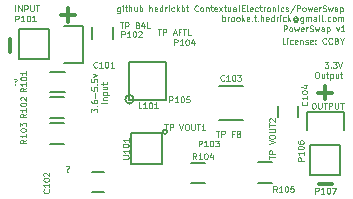
<source format=gto>
G04 #@! TF.FileFunction,Legend,Top*
%FSLAX46Y46*%
G04 Gerber Fmt 4.6, Leading zero omitted, Abs format (unit mm)*
G04 Created by KiCad (PCBNEW (2015-01-29 BZR 5396)-product) date 8/16/2015 12:30:24 AM*
%MOMM*%
G01*
G04 APERTURE LIST*
%ADD10C,0.100000*%
%ADD11C,0.125000*%
%ADD12C,0.300000*%
%ADD13C,0.150000*%
G04 APERTURE END LIST*
D10*
D11*
X171310478Y-108156190D02*
X171072383Y-108156190D01*
X171072383Y-107656190D01*
X171477145Y-108156190D02*
X171477145Y-107822857D01*
X171477145Y-107656190D02*
X171453335Y-107680000D01*
X171477145Y-107703810D01*
X171500954Y-107680000D01*
X171477145Y-107656190D01*
X171477145Y-107703810D01*
X171929525Y-108132381D02*
X171881906Y-108156190D01*
X171786668Y-108156190D01*
X171739049Y-108132381D01*
X171715240Y-108108571D01*
X171691430Y-108060952D01*
X171691430Y-107918095D01*
X171715240Y-107870476D01*
X171739049Y-107846667D01*
X171786668Y-107822857D01*
X171881906Y-107822857D01*
X171929525Y-107846667D01*
X172334287Y-108132381D02*
X172286668Y-108156190D01*
X172191430Y-108156190D01*
X172143811Y-108132381D01*
X172120001Y-108084762D01*
X172120001Y-107894286D01*
X172143811Y-107846667D01*
X172191430Y-107822857D01*
X172286668Y-107822857D01*
X172334287Y-107846667D01*
X172358096Y-107894286D01*
X172358096Y-107941905D01*
X172120001Y-107989524D01*
X172572382Y-107822857D02*
X172572382Y-108156190D01*
X172572382Y-107870476D02*
X172596191Y-107846667D01*
X172643810Y-107822857D01*
X172715239Y-107822857D01*
X172762858Y-107846667D01*
X172786667Y-107894286D01*
X172786667Y-108156190D01*
X173000953Y-108132381D02*
X173048572Y-108156190D01*
X173143810Y-108156190D01*
X173191429Y-108132381D01*
X173215239Y-108084762D01*
X173215239Y-108060952D01*
X173191429Y-108013333D01*
X173143810Y-107989524D01*
X173072382Y-107989524D01*
X173024763Y-107965714D01*
X173000953Y-107918095D01*
X173000953Y-107894286D01*
X173024763Y-107846667D01*
X173072382Y-107822857D01*
X173143810Y-107822857D01*
X173191429Y-107846667D01*
X173620001Y-108132381D02*
X173572382Y-108156190D01*
X173477144Y-108156190D01*
X173429525Y-108132381D01*
X173405715Y-108084762D01*
X173405715Y-107894286D01*
X173429525Y-107846667D01*
X173477144Y-107822857D01*
X173572382Y-107822857D01*
X173620001Y-107846667D01*
X173643810Y-107894286D01*
X173643810Y-107941905D01*
X173405715Y-107989524D01*
X173858096Y-108108571D02*
X173881905Y-108132381D01*
X173858096Y-108156190D01*
X173834286Y-108132381D01*
X173858096Y-108108571D01*
X173858096Y-108156190D01*
X173858096Y-107846667D02*
X173881905Y-107870476D01*
X173858096Y-107894286D01*
X173834286Y-107870476D01*
X173858096Y-107846667D01*
X173858096Y-107894286D01*
X174762857Y-108108571D02*
X174739047Y-108132381D01*
X174667619Y-108156190D01*
X174620000Y-108156190D01*
X174548571Y-108132381D01*
X174500952Y-108084762D01*
X174477143Y-108037143D01*
X174453333Y-107941905D01*
X174453333Y-107870476D01*
X174477143Y-107775238D01*
X174500952Y-107727619D01*
X174548571Y-107680000D01*
X174620000Y-107656190D01*
X174667619Y-107656190D01*
X174739047Y-107680000D01*
X174762857Y-107703810D01*
X175262857Y-108108571D02*
X175239047Y-108132381D01*
X175167619Y-108156190D01*
X175120000Y-108156190D01*
X175048571Y-108132381D01*
X175000952Y-108084762D01*
X174977143Y-108037143D01*
X174953333Y-107941905D01*
X174953333Y-107870476D01*
X174977143Y-107775238D01*
X175000952Y-107727619D01*
X175048571Y-107680000D01*
X175120000Y-107656190D01*
X175167619Y-107656190D01*
X175239047Y-107680000D01*
X175262857Y-107703810D01*
X175643809Y-107894286D02*
X175715238Y-107918095D01*
X175739047Y-107941905D01*
X175762857Y-107989524D01*
X175762857Y-108060952D01*
X175739047Y-108108571D01*
X175715238Y-108132381D01*
X175667619Y-108156190D01*
X175477143Y-108156190D01*
X175477143Y-107656190D01*
X175643809Y-107656190D01*
X175691428Y-107680000D01*
X175715238Y-107703810D01*
X175739047Y-107751429D01*
X175739047Y-107799048D01*
X175715238Y-107846667D01*
X175691428Y-107870476D01*
X175643809Y-107894286D01*
X175477143Y-107894286D01*
X176072381Y-107918095D02*
X176072381Y-108156190D01*
X175905714Y-107656190D02*
X176072381Y-107918095D01*
X176239047Y-107656190D01*
X165980954Y-106226190D02*
X165980954Y-105726190D01*
X165980954Y-105916667D02*
X166028573Y-105892857D01*
X166123811Y-105892857D01*
X166171430Y-105916667D01*
X166195239Y-105940476D01*
X166219049Y-105988095D01*
X166219049Y-106130952D01*
X166195239Y-106178571D01*
X166171430Y-106202381D01*
X166123811Y-106226190D01*
X166028573Y-106226190D01*
X165980954Y-106202381D01*
X166433335Y-106226190D02*
X166433335Y-105892857D01*
X166433335Y-105988095D02*
X166457144Y-105940476D01*
X166480954Y-105916667D01*
X166528573Y-105892857D01*
X166576192Y-105892857D01*
X166814287Y-106226190D02*
X166766668Y-106202381D01*
X166742859Y-106178571D01*
X166719049Y-106130952D01*
X166719049Y-105988095D01*
X166742859Y-105940476D01*
X166766668Y-105916667D01*
X166814287Y-105892857D01*
X166885716Y-105892857D01*
X166933335Y-105916667D01*
X166957144Y-105940476D01*
X166980954Y-105988095D01*
X166980954Y-106130952D01*
X166957144Y-106178571D01*
X166933335Y-106202381D01*
X166885716Y-106226190D01*
X166814287Y-106226190D01*
X167266668Y-106226190D02*
X167219049Y-106202381D01*
X167195240Y-106178571D01*
X167171430Y-106130952D01*
X167171430Y-105988095D01*
X167195240Y-105940476D01*
X167219049Y-105916667D01*
X167266668Y-105892857D01*
X167338097Y-105892857D01*
X167385716Y-105916667D01*
X167409525Y-105940476D01*
X167433335Y-105988095D01*
X167433335Y-106130952D01*
X167409525Y-106178571D01*
X167385716Y-106202381D01*
X167338097Y-106226190D01*
X167266668Y-106226190D01*
X167647621Y-106226190D02*
X167647621Y-105726190D01*
X167695240Y-106035714D02*
X167838097Y-106226190D01*
X167838097Y-105892857D02*
X167647621Y-106083333D01*
X168242859Y-106202381D02*
X168195240Y-106226190D01*
X168100002Y-106226190D01*
X168052383Y-106202381D01*
X168028573Y-106154762D01*
X168028573Y-105964286D01*
X168052383Y-105916667D01*
X168100002Y-105892857D01*
X168195240Y-105892857D01*
X168242859Y-105916667D01*
X168266668Y-105964286D01*
X168266668Y-106011905D01*
X168028573Y-106059524D01*
X168480954Y-106178571D02*
X168504763Y-106202381D01*
X168480954Y-106226190D01*
X168457144Y-106202381D01*
X168480954Y-106178571D01*
X168480954Y-106226190D01*
X168647620Y-105892857D02*
X168838096Y-105892857D01*
X168719049Y-105726190D02*
X168719049Y-106154762D01*
X168742858Y-106202381D01*
X168790477Y-106226190D01*
X168838096Y-106226190D01*
X169004763Y-106178571D02*
X169028572Y-106202381D01*
X169004763Y-106226190D01*
X168980953Y-106202381D01*
X169004763Y-106178571D01*
X169004763Y-106226190D01*
X169242858Y-106226190D02*
X169242858Y-105726190D01*
X169457143Y-106226190D02*
X169457143Y-105964286D01*
X169433334Y-105916667D01*
X169385715Y-105892857D01*
X169314286Y-105892857D01*
X169266667Y-105916667D01*
X169242858Y-105940476D01*
X169885715Y-106202381D02*
X169838096Y-106226190D01*
X169742858Y-106226190D01*
X169695239Y-106202381D01*
X169671429Y-106154762D01*
X169671429Y-105964286D01*
X169695239Y-105916667D01*
X169742858Y-105892857D01*
X169838096Y-105892857D01*
X169885715Y-105916667D01*
X169909524Y-105964286D01*
X169909524Y-106011905D01*
X169671429Y-106059524D01*
X170338095Y-106226190D02*
X170338095Y-105726190D01*
X170338095Y-106202381D02*
X170290476Y-106226190D01*
X170195238Y-106226190D01*
X170147619Y-106202381D01*
X170123810Y-106178571D01*
X170100000Y-106130952D01*
X170100000Y-105988095D01*
X170123810Y-105940476D01*
X170147619Y-105916667D01*
X170195238Y-105892857D01*
X170290476Y-105892857D01*
X170338095Y-105916667D01*
X170576191Y-106226190D02*
X170576191Y-105892857D01*
X170576191Y-105988095D02*
X170600000Y-105940476D01*
X170623810Y-105916667D01*
X170671429Y-105892857D01*
X170719048Y-105892857D01*
X170885715Y-106226190D02*
X170885715Y-105892857D01*
X170885715Y-105726190D02*
X170861905Y-105750000D01*
X170885715Y-105773810D01*
X170909524Y-105750000D01*
X170885715Y-105726190D01*
X170885715Y-105773810D01*
X171338095Y-106202381D02*
X171290476Y-106226190D01*
X171195238Y-106226190D01*
X171147619Y-106202381D01*
X171123810Y-106178571D01*
X171100000Y-106130952D01*
X171100000Y-105988095D01*
X171123810Y-105940476D01*
X171147619Y-105916667D01*
X171195238Y-105892857D01*
X171290476Y-105892857D01*
X171338095Y-105916667D01*
X171552381Y-106226190D02*
X171552381Y-105726190D01*
X171600000Y-106035714D02*
X171742857Y-106226190D01*
X171742857Y-105892857D02*
X171552381Y-106083333D01*
X172266666Y-105988095D02*
X172242857Y-105964286D01*
X172195238Y-105940476D01*
X172147619Y-105940476D01*
X172100000Y-105964286D01*
X172076190Y-105988095D01*
X172052381Y-106035714D01*
X172052381Y-106083333D01*
X172076190Y-106130952D01*
X172100000Y-106154762D01*
X172147619Y-106178571D01*
X172195238Y-106178571D01*
X172242857Y-106154762D01*
X172266666Y-106130952D01*
X172266666Y-105940476D02*
X172266666Y-106130952D01*
X172290476Y-106154762D01*
X172314285Y-106154762D01*
X172361905Y-106130952D01*
X172385714Y-106083333D01*
X172385714Y-105964286D01*
X172338095Y-105892857D01*
X172266666Y-105845238D01*
X172171428Y-105821429D01*
X172076190Y-105845238D01*
X172004762Y-105892857D01*
X171957143Y-105964286D01*
X171933333Y-106059524D01*
X171957143Y-106154762D01*
X172004762Y-106226190D01*
X172076190Y-106273810D01*
X172171428Y-106297619D01*
X172266666Y-106273810D01*
X172338095Y-106226190D01*
X172814285Y-105892857D02*
X172814285Y-106297619D01*
X172790476Y-106345238D01*
X172766666Y-106369048D01*
X172719047Y-106392857D01*
X172647619Y-106392857D01*
X172600000Y-106369048D01*
X172814285Y-106202381D02*
X172766666Y-106226190D01*
X172671428Y-106226190D01*
X172623809Y-106202381D01*
X172600000Y-106178571D01*
X172576190Y-106130952D01*
X172576190Y-105988095D01*
X172600000Y-105940476D01*
X172623809Y-105916667D01*
X172671428Y-105892857D01*
X172766666Y-105892857D01*
X172814285Y-105916667D01*
X173052381Y-106226190D02*
X173052381Y-105892857D01*
X173052381Y-105940476D02*
X173076190Y-105916667D01*
X173123809Y-105892857D01*
X173195238Y-105892857D01*
X173242857Y-105916667D01*
X173266666Y-105964286D01*
X173266666Y-106226190D01*
X173266666Y-105964286D02*
X173290476Y-105916667D01*
X173338095Y-105892857D01*
X173409523Y-105892857D01*
X173457143Y-105916667D01*
X173480952Y-105964286D01*
X173480952Y-106226190D01*
X173933333Y-106226190D02*
X173933333Y-105964286D01*
X173909524Y-105916667D01*
X173861905Y-105892857D01*
X173766667Y-105892857D01*
X173719048Y-105916667D01*
X173933333Y-106202381D02*
X173885714Y-106226190D01*
X173766667Y-106226190D01*
X173719048Y-106202381D01*
X173695238Y-106154762D01*
X173695238Y-106107143D01*
X173719048Y-106059524D01*
X173766667Y-106035714D01*
X173885714Y-106035714D01*
X173933333Y-106011905D01*
X174171429Y-106226190D02*
X174171429Y-105892857D01*
X174171429Y-105726190D02*
X174147619Y-105750000D01*
X174171429Y-105773810D01*
X174195238Y-105750000D01*
X174171429Y-105726190D01*
X174171429Y-105773810D01*
X174480952Y-106226190D02*
X174433333Y-106202381D01*
X174409524Y-106154762D01*
X174409524Y-105726190D01*
X174671429Y-106178571D02*
X174695238Y-106202381D01*
X174671429Y-106226190D01*
X174647619Y-106202381D01*
X174671429Y-106178571D01*
X174671429Y-106226190D01*
X175123809Y-106202381D02*
X175076190Y-106226190D01*
X174980952Y-106226190D01*
X174933333Y-106202381D01*
X174909524Y-106178571D01*
X174885714Y-106130952D01*
X174885714Y-105988095D01*
X174909524Y-105940476D01*
X174933333Y-105916667D01*
X174980952Y-105892857D01*
X175076190Y-105892857D01*
X175123809Y-105916667D01*
X175409523Y-106226190D02*
X175361904Y-106202381D01*
X175338095Y-106178571D01*
X175314285Y-106130952D01*
X175314285Y-105988095D01*
X175338095Y-105940476D01*
X175361904Y-105916667D01*
X175409523Y-105892857D01*
X175480952Y-105892857D01*
X175528571Y-105916667D01*
X175552380Y-105940476D01*
X175576190Y-105988095D01*
X175576190Y-106130952D01*
X175552380Y-106178571D01*
X175528571Y-106202381D01*
X175480952Y-106226190D01*
X175409523Y-106226190D01*
X175790476Y-106226190D02*
X175790476Y-105892857D01*
X175790476Y-105940476D02*
X175814285Y-105916667D01*
X175861904Y-105892857D01*
X175933333Y-105892857D01*
X175980952Y-105916667D01*
X176004761Y-105964286D01*
X176004761Y-106226190D01*
X176004761Y-105964286D02*
X176028571Y-105916667D01*
X176076190Y-105892857D01*
X176147618Y-105892857D01*
X176195238Y-105916667D01*
X176219047Y-105964286D01*
X176219047Y-106226190D01*
X157308573Y-105062857D02*
X157308573Y-105467619D01*
X157284764Y-105515238D01*
X157260954Y-105539048D01*
X157213335Y-105562857D01*
X157141907Y-105562857D01*
X157094288Y-105539048D01*
X157308573Y-105372381D02*
X157260954Y-105396190D01*
X157165716Y-105396190D01*
X157118097Y-105372381D01*
X157094288Y-105348571D01*
X157070478Y-105300952D01*
X157070478Y-105158095D01*
X157094288Y-105110476D01*
X157118097Y-105086667D01*
X157165716Y-105062857D01*
X157260954Y-105062857D01*
X157308573Y-105086667D01*
X157546669Y-105396190D02*
X157546669Y-105062857D01*
X157546669Y-104896190D02*
X157522859Y-104920000D01*
X157546669Y-104943810D01*
X157570478Y-104920000D01*
X157546669Y-104896190D01*
X157546669Y-104943810D01*
X157713335Y-105062857D02*
X157903811Y-105062857D01*
X157784764Y-104896190D02*
X157784764Y-105324762D01*
X157808573Y-105372381D01*
X157856192Y-105396190D01*
X157903811Y-105396190D01*
X158070478Y-105396190D02*
X158070478Y-104896190D01*
X158284763Y-105396190D02*
X158284763Y-105134286D01*
X158260954Y-105086667D01*
X158213335Y-105062857D01*
X158141906Y-105062857D01*
X158094287Y-105086667D01*
X158070478Y-105110476D01*
X158737144Y-105062857D02*
X158737144Y-105396190D01*
X158522859Y-105062857D02*
X158522859Y-105324762D01*
X158546668Y-105372381D01*
X158594287Y-105396190D01*
X158665716Y-105396190D01*
X158713335Y-105372381D01*
X158737144Y-105348571D01*
X158975240Y-105396190D02*
X158975240Y-104896190D01*
X158975240Y-105086667D02*
X159022859Y-105062857D01*
X159118097Y-105062857D01*
X159165716Y-105086667D01*
X159189525Y-105110476D01*
X159213335Y-105158095D01*
X159213335Y-105300952D01*
X159189525Y-105348571D01*
X159165716Y-105372381D01*
X159118097Y-105396190D01*
X159022859Y-105396190D01*
X158975240Y-105372381D01*
X159808573Y-105396190D02*
X159808573Y-104896190D01*
X160022858Y-105396190D02*
X160022858Y-105134286D01*
X159999049Y-105086667D01*
X159951430Y-105062857D01*
X159880001Y-105062857D01*
X159832382Y-105086667D01*
X159808573Y-105110476D01*
X160451430Y-105372381D02*
X160403811Y-105396190D01*
X160308573Y-105396190D01*
X160260954Y-105372381D01*
X160237144Y-105324762D01*
X160237144Y-105134286D01*
X160260954Y-105086667D01*
X160308573Y-105062857D01*
X160403811Y-105062857D01*
X160451430Y-105086667D01*
X160475239Y-105134286D01*
X160475239Y-105181905D01*
X160237144Y-105229524D01*
X160903810Y-105396190D02*
X160903810Y-104896190D01*
X160903810Y-105372381D02*
X160856191Y-105396190D01*
X160760953Y-105396190D01*
X160713334Y-105372381D01*
X160689525Y-105348571D01*
X160665715Y-105300952D01*
X160665715Y-105158095D01*
X160689525Y-105110476D01*
X160713334Y-105086667D01*
X160760953Y-105062857D01*
X160856191Y-105062857D01*
X160903810Y-105086667D01*
X161141906Y-105396190D02*
X161141906Y-105062857D01*
X161141906Y-105158095D02*
X161165715Y-105110476D01*
X161189525Y-105086667D01*
X161237144Y-105062857D01*
X161284763Y-105062857D01*
X161451430Y-105396190D02*
X161451430Y-105062857D01*
X161451430Y-104896190D02*
X161427620Y-104920000D01*
X161451430Y-104943810D01*
X161475239Y-104920000D01*
X161451430Y-104896190D01*
X161451430Y-104943810D01*
X161903810Y-105372381D02*
X161856191Y-105396190D01*
X161760953Y-105396190D01*
X161713334Y-105372381D01*
X161689525Y-105348571D01*
X161665715Y-105300952D01*
X161665715Y-105158095D01*
X161689525Y-105110476D01*
X161713334Y-105086667D01*
X161760953Y-105062857D01*
X161856191Y-105062857D01*
X161903810Y-105086667D01*
X162118096Y-105396190D02*
X162118096Y-104896190D01*
X162165715Y-105205714D02*
X162308572Y-105396190D01*
X162308572Y-105062857D02*
X162118096Y-105253333D01*
X162522858Y-105396190D02*
X162522858Y-104896190D01*
X162522858Y-105086667D02*
X162570477Y-105062857D01*
X162665715Y-105062857D01*
X162713334Y-105086667D01*
X162737143Y-105110476D01*
X162760953Y-105158095D01*
X162760953Y-105300952D01*
X162737143Y-105348571D01*
X162713334Y-105372381D01*
X162665715Y-105396190D01*
X162570477Y-105396190D01*
X162522858Y-105372381D01*
X162903810Y-105062857D02*
X163094286Y-105062857D01*
X162975239Y-104896190D02*
X162975239Y-105324762D01*
X162999048Y-105372381D01*
X163046667Y-105396190D01*
X163094286Y-105396190D01*
X163927619Y-105348571D02*
X163903809Y-105372381D01*
X163832381Y-105396190D01*
X163784762Y-105396190D01*
X163713333Y-105372381D01*
X163665714Y-105324762D01*
X163641905Y-105277143D01*
X163618095Y-105181905D01*
X163618095Y-105110476D01*
X163641905Y-105015238D01*
X163665714Y-104967619D01*
X163713333Y-104920000D01*
X163784762Y-104896190D01*
X163832381Y-104896190D01*
X163903809Y-104920000D01*
X163927619Y-104943810D01*
X164213333Y-105396190D02*
X164165714Y-105372381D01*
X164141905Y-105348571D01*
X164118095Y-105300952D01*
X164118095Y-105158095D01*
X164141905Y-105110476D01*
X164165714Y-105086667D01*
X164213333Y-105062857D01*
X164284762Y-105062857D01*
X164332381Y-105086667D01*
X164356190Y-105110476D01*
X164380000Y-105158095D01*
X164380000Y-105300952D01*
X164356190Y-105348571D01*
X164332381Y-105372381D01*
X164284762Y-105396190D01*
X164213333Y-105396190D01*
X164594286Y-105062857D02*
X164594286Y-105396190D01*
X164594286Y-105110476D02*
X164618095Y-105086667D01*
X164665714Y-105062857D01*
X164737143Y-105062857D01*
X164784762Y-105086667D01*
X164808571Y-105134286D01*
X164808571Y-105396190D01*
X164975238Y-105062857D02*
X165165714Y-105062857D01*
X165046667Y-104896190D02*
X165046667Y-105324762D01*
X165070476Y-105372381D01*
X165118095Y-105396190D01*
X165165714Y-105396190D01*
X165522857Y-105372381D02*
X165475238Y-105396190D01*
X165380000Y-105396190D01*
X165332381Y-105372381D01*
X165308571Y-105324762D01*
X165308571Y-105134286D01*
X165332381Y-105086667D01*
X165380000Y-105062857D01*
X165475238Y-105062857D01*
X165522857Y-105086667D01*
X165546666Y-105134286D01*
X165546666Y-105181905D01*
X165308571Y-105229524D01*
X165713333Y-105396190D02*
X165975237Y-105062857D01*
X165713333Y-105062857D02*
X165975237Y-105396190D01*
X166094285Y-105062857D02*
X166284761Y-105062857D01*
X166165714Y-104896190D02*
X166165714Y-105324762D01*
X166189523Y-105372381D01*
X166237142Y-105396190D01*
X166284761Y-105396190D01*
X166665713Y-105062857D02*
X166665713Y-105396190D01*
X166451428Y-105062857D02*
X166451428Y-105324762D01*
X166475237Y-105372381D01*
X166522856Y-105396190D01*
X166594285Y-105396190D01*
X166641904Y-105372381D01*
X166665713Y-105348571D01*
X167118094Y-105396190D02*
X167118094Y-105134286D01*
X167094285Y-105086667D01*
X167046666Y-105062857D01*
X166951428Y-105062857D01*
X166903809Y-105086667D01*
X167118094Y-105372381D02*
X167070475Y-105396190D01*
X166951428Y-105396190D01*
X166903809Y-105372381D01*
X166879999Y-105324762D01*
X166879999Y-105277143D01*
X166903809Y-105229524D01*
X166951428Y-105205714D01*
X167070475Y-105205714D01*
X167118094Y-105181905D01*
X167427618Y-105396190D02*
X167379999Y-105372381D01*
X167356190Y-105324762D01*
X167356190Y-104896190D01*
X167618095Y-105134286D02*
X167784761Y-105134286D01*
X167856190Y-105396190D02*
X167618095Y-105396190D01*
X167618095Y-104896190D01*
X167856190Y-104896190D01*
X168141904Y-105396190D02*
X168094285Y-105372381D01*
X168070476Y-105324762D01*
X168070476Y-104896190D01*
X168522857Y-105372381D02*
X168475238Y-105396190D01*
X168380000Y-105396190D01*
X168332381Y-105372381D01*
X168308571Y-105324762D01*
X168308571Y-105134286D01*
X168332381Y-105086667D01*
X168380000Y-105062857D01*
X168475238Y-105062857D01*
X168522857Y-105086667D01*
X168546666Y-105134286D01*
X168546666Y-105181905D01*
X168308571Y-105229524D01*
X168975237Y-105372381D02*
X168927618Y-105396190D01*
X168832380Y-105396190D01*
X168784761Y-105372381D01*
X168760952Y-105348571D01*
X168737142Y-105300952D01*
X168737142Y-105158095D01*
X168760952Y-105110476D01*
X168784761Y-105086667D01*
X168832380Y-105062857D01*
X168927618Y-105062857D01*
X168975237Y-105086667D01*
X169118094Y-105062857D02*
X169308570Y-105062857D01*
X169189523Y-104896190D02*
X169189523Y-105324762D01*
X169213332Y-105372381D01*
X169260951Y-105396190D01*
X169308570Y-105396190D01*
X169475237Y-105396190D02*
X169475237Y-105062857D01*
X169475237Y-105158095D02*
X169499046Y-105110476D01*
X169522856Y-105086667D01*
X169570475Y-105062857D01*
X169618094Y-105062857D01*
X169856189Y-105396190D02*
X169808570Y-105372381D01*
X169784761Y-105348571D01*
X169760951Y-105300952D01*
X169760951Y-105158095D01*
X169784761Y-105110476D01*
X169808570Y-105086667D01*
X169856189Y-105062857D01*
X169927618Y-105062857D01*
X169975237Y-105086667D01*
X169999046Y-105110476D01*
X170022856Y-105158095D01*
X170022856Y-105300952D01*
X169999046Y-105348571D01*
X169975237Y-105372381D01*
X169927618Y-105396190D01*
X169856189Y-105396190D01*
X170237142Y-105062857D02*
X170237142Y-105396190D01*
X170237142Y-105110476D02*
X170260951Y-105086667D01*
X170308570Y-105062857D01*
X170379999Y-105062857D01*
X170427618Y-105086667D01*
X170451427Y-105134286D01*
X170451427Y-105396190D01*
X170689523Y-105396190D02*
X170689523Y-105062857D01*
X170689523Y-104896190D02*
X170665713Y-104920000D01*
X170689523Y-104943810D01*
X170713332Y-104920000D01*
X170689523Y-104896190D01*
X170689523Y-104943810D01*
X171141903Y-105372381D02*
X171094284Y-105396190D01*
X170999046Y-105396190D01*
X170951427Y-105372381D01*
X170927618Y-105348571D01*
X170903808Y-105300952D01*
X170903808Y-105158095D01*
X170927618Y-105110476D01*
X170951427Y-105086667D01*
X170999046Y-105062857D01*
X171094284Y-105062857D01*
X171141903Y-105086667D01*
X171332379Y-105372381D02*
X171379998Y-105396190D01*
X171475236Y-105396190D01*
X171522855Y-105372381D01*
X171546665Y-105324762D01*
X171546665Y-105300952D01*
X171522855Y-105253333D01*
X171475236Y-105229524D01*
X171403808Y-105229524D01*
X171356189Y-105205714D01*
X171332379Y-105158095D01*
X171332379Y-105134286D01*
X171356189Y-105086667D01*
X171403808Y-105062857D01*
X171475236Y-105062857D01*
X171522855Y-105086667D01*
X172118093Y-104872381D02*
X171689522Y-105515238D01*
X172284761Y-105396190D02*
X172284761Y-104896190D01*
X172475237Y-104896190D01*
X172522856Y-104920000D01*
X172546665Y-104943810D01*
X172570475Y-104991429D01*
X172570475Y-105062857D01*
X172546665Y-105110476D01*
X172522856Y-105134286D01*
X172475237Y-105158095D01*
X172284761Y-105158095D01*
X172856189Y-105396190D02*
X172808570Y-105372381D01*
X172784761Y-105348571D01*
X172760951Y-105300952D01*
X172760951Y-105158095D01*
X172784761Y-105110476D01*
X172808570Y-105086667D01*
X172856189Y-105062857D01*
X172927618Y-105062857D01*
X172975237Y-105086667D01*
X172999046Y-105110476D01*
X173022856Y-105158095D01*
X173022856Y-105300952D01*
X172999046Y-105348571D01*
X172975237Y-105372381D01*
X172927618Y-105396190D01*
X172856189Y-105396190D01*
X173189523Y-105062857D02*
X173284761Y-105396190D01*
X173379999Y-105158095D01*
X173475237Y-105396190D01*
X173570475Y-105062857D01*
X173951428Y-105372381D02*
X173903809Y-105396190D01*
X173808571Y-105396190D01*
X173760952Y-105372381D01*
X173737142Y-105324762D01*
X173737142Y-105134286D01*
X173760952Y-105086667D01*
X173808571Y-105062857D01*
X173903809Y-105062857D01*
X173951428Y-105086667D01*
X173975237Y-105134286D01*
X173975237Y-105181905D01*
X173737142Y-105229524D01*
X174189523Y-105396190D02*
X174189523Y-105062857D01*
X174189523Y-105158095D02*
X174213332Y-105110476D01*
X174237142Y-105086667D01*
X174284761Y-105062857D01*
X174332380Y-105062857D01*
X174475237Y-105372381D02*
X174546666Y-105396190D01*
X174665713Y-105396190D01*
X174713332Y-105372381D01*
X174737142Y-105348571D01*
X174760951Y-105300952D01*
X174760951Y-105253333D01*
X174737142Y-105205714D01*
X174713332Y-105181905D01*
X174665713Y-105158095D01*
X174570475Y-105134286D01*
X174522856Y-105110476D01*
X174499047Y-105086667D01*
X174475237Y-105039048D01*
X174475237Y-104991429D01*
X174499047Y-104943810D01*
X174522856Y-104920000D01*
X174570475Y-104896190D01*
X174689523Y-104896190D01*
X174760951Y-104920000D01*
X174927618Y-105062857D02*
X175022856Y-105396190D01*
X175118094Y-105158095D01*
X175213332Y-105396190D01*
X175308570Y-105062857D01*
X175713332Y-105396190D02*
X175713332Y-105134286D01*
X175689523Y-105086667D01*
X175641904Y-105062857D01*
X175546666Y-105062857D01*
X175499047Y-105086667D01*
X175713332Y-105372381D02*
X175665713Y-105396190D01*
X175546666Y-105396190D01*
X175499047Y-105372381D01*
X175475237Y-105324762D01*
X175475237Y-105277143D01*
X175499047Y-105229524D01*
X175546666Y-105205714D01*
X175665713Y-105205714D01*
X175713332Y-105181905D01*
X175951428Y-105062857D02*
X175951428Y-105562857D01*
X175951428Y-105086667D02*
X175999047Y-105062857D01*
X176094285Y-105062857D01*
X176141904Y-105086667D01*
X176165713Y-105110476D01*
X176189523Y-105158095D01*
X176189523Y-105300952D01*
X176165713Y-105348571D01*
X176141904Y-105372381D01*
X176094285Y-105396190D01*
X175999047Y-105396190D01*
X175951428Y-105372381D01*
X171170477Y-107096190D02*
X171170477Y-106596190D01*
X171360953Y-106596190D01*
X171408572Y-106620000D01*
X171432381Y-106643810D01*
X171456191Y-106691429D01*
X171456191Y-106762857D01*
X171432381Y-106810476D01*
X171408572Y-106834286D01*
X171360953Y-106858095D01*
X171170477Y-106858095D01*
X171741905Y-107096190D02*
X171694286Y-107072381D01*
X171670477Y-107048571D01*
X171646667Y-107000952D01*
X171646667Y-106858095D01*
X171670477Y-106810476D01*
X171694286Y-106786667D01*
X171741905Y-106762857D01*
X171813334Y-106762857D01*
X171860953Y-106786667D01*
X171884762Y-106810476D01*
X171908572Y-106858095D01*
X171908572Y-107000952D01*
X171884762Y-107048571D01*
X171860953Y-107072381D01*
X171813334Y-107096190D01*
X171741905Y-107096190D01*
X172075239Y-106762857D02*
X172170477Y-107096190D01*
X172265715Y-106858095D01*
X172360953Y-107096190D01*
X172456191Y-106762857D01*
X172837144Y-107072381D02*
X172789525Y-107096190D01*
X172694287Y-107096190D01*
X172646668Y-107072381D01*
X172622858Y-107024762D01*
X172622858Y-106834286D01*
X172646668Y-106786667D01*
X172694287Y-106762857D01*
X172789525Y-106762857D01*
X172837144Y-106786667D01*
X172860953Y-106834286D01*
X172860953Y-106881905D01*
X172622858Y-106929524D01*
X173075239Y-107096190D02*
X173075239Y-106762857D01*
X173075239Y-106858095D02*
X173099048Y-106810476D01*
X173122858Y-106786667D01*
X173170477Y-106762857D01*
X173218096Y-106762857D01*
X173360953Y-107072381D02*
X173432382Y-107096190D01*
X173551429Y-107096190D01*
X173599048Y-107072381D01*
X173622858Y-107048571D01*
X173646667Y-107000952D01*
X173646667Y-106953333D01*
X173622858Y-106905714D01*
X173599048Y-106881905D01*
X173551429Y-106858095D01*
X173456191Y-106834286D01*
X173408572Y-106810476D01*
X173384763Y-106786667D01*
X173360953Y-106739048D01*
X173360953Y-106691429D01*
X173384763Y-106643810D01*
X173408572Y-106620000D01*
X173456191Y-106596190D01*
X173575239Y-106596190D01*
X173646667Y-106620000D01*
X173813334Y-106762857D02*
X173908572Y-107096190D01*
X174003810Y-106858095D01*
X174099048Y-107096190D01*
X174194286Y-106762857D01*
X174599048Y-107096190D02*
X174599048Y-106834286D01*
X174575239Y-106786667D01*
X174527620Y-106762857D01*
X174432382Y-106762857D01*
X174384763Y-106786667D01*
X174599048Y-107072381D02*
X174551429Y-107096190D01*
X174432382Y-107096190D01*
X174384763Y-107072381D01*
X174360953Y-107024762D01*
X174360953Y-106977143D01*
X174384763Y-106929524D01*
X174432382Y-106905714D01*
X174551429Y-106905714D01*
X174599048Y-106881905D01*
X174837144Y-106762857D02*
X174837144Y-107262857D01*
X174837144Y-106786667D02*
X174884763Y-106762857D01*
X174980001Y-106762857D01*
X175027620Y-106786667D01*
X175051429Y-106810476D01*
X175075239Y-106858095D01*
X175075239Y-107000952D01*
X175051429Y-107048571D01*
X175027620Y-107072381D01*
X174980001Y-107096190D01*
X174884763Y-107096190D01*
X174837144Y-107072381D01*
X175622858Y-106762857D02*
X175741905Y-107096190D01*
X175860953Y-106762857D01*
X176313333Y-107096190D02*
X176027619Y-107096190D01*
X176170476Y-107096190D02*
X176170476Y-106596190D01*
X176122857Y-106667619D01*
X176075238Y-106715238D01*
X176027619Y-106739048D01*
X174642383Y-109703690D02*
X174951906Y-109703690D01*
X174785240Y-109894167D01*
X174856668Y-109894167D01*
X174904287Y-109917976D01*
X174928097Y-109941786D01*
X174951906Y-109989405D01*
X174951906Y-110108452D01*
X174928097Y-110156071D01*
X174904287Y-110179881D01*
X174856668Y-110203690D01*
X174713811Y-110203690D01*
X174666192Y-110179881D01*
X174642383Y-110156071D01*
X175166192Y-110156071D02*
X175190001Y-110179881D01*
X175166192Y-110203690D01*
X175142382Y-110179881D01*
X175166192Y-110156071D01*
X175166192Y-110203690D01*
X175356668Y-109703690D02*
X175666191Y-109703690D01*
X175499525Y-109894167D01*
X175570953Y-109894167D01*
X175618572Y-109917976D01*
X175642382Y-109941786D01*
X175666191Y-109989405D01*
X175666191Y-110108452D01*
X175642382Y-110156071D01*
X175618572Y-110179881D01*
X175570953Y-110203690D01*
X175428096Y-110203690D01*
X175380477Y-110179881D01*
X175356668Y-110156071D01*
X175809048Y-109703690D02*
X175975715Y-110203690D01*
X176142381Y-109703690D01*
X173951905Y-110528690D02*
X174047143Y-110528690D01*
X174094762Y-110552500D01*
X174142381Y-110600119D01*
X174166190Y-110695357D01*
X174166190Y-110862024D01*
X174142381Y-110957262D01*
X174094762Y-111004881D01*
X174047143Y-111028690D01*
X173951905Y-111028690D01*
X173904286Y-111004881D01*
X173856667Y-110957262D01*
X173832857Y-110862024D01*
X173832857Y-110695357D01*
X173856667Y-110600119D01*
X173904286Y-110552500D01*
X173951905Y-110528690D01*
X174594762Y-110695357D02*
X174594762Y-111028690D01*
X174380477Y-110695357D02*
X174380477Y-110957262D01*
X174404286Y-111004881D01*
X174451905Y-111028690D01*
X174523334Y-111028690D01*
X174570953Y-111004881D01*
X174594762Y-110981071D01*
X174761429Y-110695357D02*
X174951905Y-110695357D01*
X174832858Y-110528690D02*
X174832858Y-110957262D01*
X174856667Y-111004881D01*
X174904286Y-111028690D01*
X174951905Y-111028690D01*
X175118572Y-110695357D02*
X175118572Y-111195357D01*
X175118572Y-110719167D02*
X175166191Y-110695357D01*
X175261429Y-110695357D01*
X175309048Y-110719167D01*
X175332857Y-110742976D01*
X175356667Y-110790595D01*
X175356667Y-110933452D01*
X175332857Y-110981071D01*
X175309048Y-111004881D01*
X175261429Y-111028690D01*
X175166191Y-111028690D01*
X175118572Y-111004881D01*
X175785238Y-110695357D02*
X175785238Y-111028690D01*
X175570953Y-110695357D02*
X175570953Y-110957262D01*
X175594762Y-111004881D01*
X175642381Y-111028690D01*
X175713810Y-111028690D01*
X175761429Y-111004881D01*
X175785238Y-110981071D01*
X175951905Y-110695357D02*
X176142381Y-110695357D01*
X176023334Y-110528690D02*
X176023334Y-110957262D01*
X176047143Y-111004881D01*
X176094762Y-111028690D01*
X176142381Y-111028690D01*
X154883690Y-113939046D02*
X154883690Y-113629523D01*
X155074167Y-113796189D01*
X155074167Y-113724761D01*
X155097976Y-113677142D01*
X155121786Y-113653332D01*
X155169405Y-113629523D01*
X155288452Y-113629523D01*
X155336071Y-113653332D01*
X155359881Y-113677142D01*
X155383690Y-113724761D01*
X155383690Y-113867618D01*
X155359881Y-113915237D01*
X155336071Y-113939046D01*
X155336071Y-113415237D02*
X155359881Y-113391428D01*
X155383690Y-113415237D01*
X155359881Y-113439047D01*
X155336071Y-113415237D01*
X155383690Y-113415237D01*
X154883690Y-112962857D02*
X154883690Y-113058095D01*
X154907500Y-113105714D01*
X154931310Y-113129523D01*
X155002738Y-113177142D01*
X155097976Y-113200952D01*
X155288452Y-113200952D01*
X155336071Y-113177142D01*
X155359881Y-113153333D01*
X155383690Y-113105714D01*
X155383690Y-113010476D01*
X155359881Y-112962857D01*
X155336071Y-112939047D01*
X155288452Y-112915238D01*
X155169405Y-112915238D01*
X155121786Y-112939047D01*
X155097976Y-112962857D01*
X155074167Y-113010476D01*
X155074167Y-113105714D01*
X155097976Y-113153333D01*
X155121786Y-113177142D01*
X155169405Y-113200952D01*
X155193214Y-112700952D02*
X155193214Y-112320000D01*
X154883690Y-111843809D02*
X154883690Y-112081904D01*
X155121786Y-112105714D01*
X155097976Y-112081904D01*
X155074167Y-112034285D01*
X155074167Y-111915238D01*
X155097976Y-111867619D01*
X155121786Y-111843809D01*
X155169405Y-111820000D01*
X155288452Y-111820000D01*
X155336071Y-111843809D01*
X155359881Y-111867619D01*
X155383690Y-111915238D01*
X155383690Y-112034285D01*
X155359881Y-112081904D01*
X155336071Y-112105714D01*
X155336071Y-111605714D02*
X155359881Y-111581905D01*
X155383690Y-111605714D01*
X155359881Y-111629524D01*
X155336071Y-111605714D01*
X155383690Y-111605714D01*
X154883690Y-111129524D02*
X154883690Y-111367619D01*
X155121786Y-111391429D01*
X155097976Y-111367619D01*
X155074167Y-111320000D01*
X155074167Y-111200953D01*
X155097976Y-111153334D01*
X155121786Y-111129524D01*
X155169405Y-111105715D01*
X155288452Y-111105715D01*
X155336071Y-111129524D01*
X155359881Y-111153334D01*
X155383690Y-111200953D01*
X155383690Y-111320000D01*
X155359881Y-111367619D01*
X155336071Y-111391429D01*
X155050357Y-110939048D02*
X155383690Y-110820001D01*
X155050357Y-110700953D01*
X156208690Y-113141428D02*
X155708690Y-113141428D01*
X155875357Y-112903333D02*
X156208690Y-112903333D01*
X155922976Y-112903333D02*
X155899167Y-112879524D01*
X155875357Y-112831905D01*
X155875357Y-112760476D01*
X155899167Y-112712857D01*
X155946786Y-112689048D01*
X156208690Y-112689048D01*
X155875357Y-112450952D02*
X156375357Y-112450952D01*
X155899167Y-112450952D02*
X155875357Y-112403333D01*
X155875357Y-112308095D01*
X155899167Y-112260476D01*
X155922976Y-112236667D01*
X155970595Y-112212857D01*
X156113452Y-112212857D01*
X156161071Y-112236667D01*
X156184881Y-112260476D01*
X156208690Y-112308095D01*
X156208690Y-112403333D01*
X156184881Y-112450952D01*
X155875357Y-111784286D02*
X156208690Y-111784286D01*
X155875357Y-111998571D02*
X156137262Y-111998571D01*
X156184881Y-111974762D01*
X156208690Y-111927143D01*
X156208690Y-111855714D01*
X156184881Y-111808095D01*
X156161071Y-111784286D01*
X155875357Y-111617619D02*
X155875357Y-111427143D01*
X155708690Y-111546190D02*
X156137262Y-111546190D01*
X156184881Y-111522381D01*
X156208690Y-111474762D01*
X156208690Y-111427143D01*
D12*
X174158572Y-120037143D02*
X175301429Y-120037143D01*
X174078572Y-112277143D02*
X175221429Y-112277143D01*
X174650000Y-112848571D02*
X174650000Y-111705714D01*
X148017143Y-108861428D02*
X148017143Y-107718571D01*
X152338572Y-105707143D02*
X153481429Y-105707143D01*
X152910000Y-106278571D02*
X152910000Y-105135714D01*
D11*
X148416191Y-111568571D02*
X148440001Y-111592381D01*
X148416191Y-111616190D01*
X148392382Y-111592381D01*
X148416191Y-111568571D01*
X148416191Y-111616190D01*
X148320953Y-111140000D02*
X148368572Y-111116190D01*
X148487620Y-111116190D01*
X148535239Y-111140000D01*
X148559048Y-111187619D01*
X148559048Y-111235238D01*
X148535239Y-111282857D01*
X148511429Y-111306667D01*
X148463810Y-111330476D01*
X148440001Y-111354286D01*
X148416191Y-111401905D01*
X148416191Y-111425714D01*
X152846191Y-118958571D02*
X152870001Y-118982381D01*
X152846191Y-119006190D01*
X152822382Y-118982381D01*
X152846191Y-118958571D01*
X152846191Y-119006190D01*
X152750953Y-118530000D02*
X152798572Y-118506190D01*
X152917620Y-118506190D01*
X152965239Y-118530000D01*
X152989048Y-118577619D01*
X152989048Y-118625238D01*
X152965239Y-118672857D01*
X152941429Y-118696667D01*
X152893810Y-118720476D01*
X152870001Y-118744286D01*
X152846191Y-118791905D01*
X152846191Y-118815714D01*
D13*
X154980000Y-106750000D02*
X154980000Y-107750000D01*
X156680000Y-107750000D02*
X156680000Y-106750000D01*
X154960000Y-120710000D02*
X155960000Y-120710000D01*
X155960000Y-119010000D02*
X154960000Y-119010000D01*
X167690000Y-111685000D02*
X165690000Y-111685000D01*
X165690000Y-114635000D02*
X167690000Y-114635000D01*
X170700000Y-113380000D02*
X170700000Y-114380000D01*
X172400000Y-114380000D02*
X172400000Y-113380000D01*
X158480000Y-112850000D02*
G75*
G03X158480000Y-112850000I-360000J0D01*
G01*
X158050000Y-112910000D02*
X158050000Y-109710000D01*
X158050000Y-109710000D02*
X161250000Y-109710000D01*
X161250000Y-109710000D02*
X161250000Y-112910000D01*
X161250000Y-112910000D02*
X158050000Y-112910000D01*
X151320000Y-109470000D02*
X148780000Y-109470000D01*
X154140000Y-109750000D02*
X152590000Y-109750000D01*
X151320000Y-109470000D02*
X151320000Y-106930000D01*
X152590000Y-106650000D02*
X154140000Y-106650000D01*
X154140000Y-106650000D02*
X154140000Y-109750000D01*
X151320000Y-106930000D02*
X148780000Y-106930000D01*
X148780000Y-106930000D02*
X148780000Y-109470000D01*
X175960000Y-116750000D02*
X175960000Y-119290000D01*
X176240000Y-113930000D02*
X176240000Y-115480000D01*
X175960000Y-116750000D02*
X173420000Y-116750000D01*
X173140000Y-115480000D02*
X173140000Y-113930000D01*
X173140000Y-113930000D02*
X176240000Y-113930000D01*
X173420000Y-116750000D02*
X173420000Y-119290000D01*
X173420000Y-119290000D02*
X175960000Y-119290000D01*
X152620000Y-112265000D02*
X151420000Y-112265000D01*
X151420000Y-110515000D02*
X152620000Y-110515000D01*
X151410000Y-112675000D02*
X152610000Y-112675000D01*
X152610000Y-114425000D02*
X151410000Y-114425000D01*
X151390000Y-114865000D02*
X152590000Y-114865000D01*
X152590000Y-116615000D02*
X151390000Y-116615000D01*
X164500000Y-119955000D02*
X163300000Y-119955000D01*
X163300000Y-118205000D02*
X164500000Y-118205000D01*
X170220000Y-119925000D02*
X169020000Y-119925000D01*
X169020000Y-118175000D02*
X170220000Y-118175000D01*
X161303576Y-115580000D02*
G75*
G03X161303576Y-115580000I-183576J0D01*
G01*
X160880000Y-115690000D02*
X158280000Y-115690000D01*
X158280000Y-115690000D02*
X158280000Y-118290000D01*
X158280000Y-118290000D02*
X160880000Y-118290000D01*
X160880000Y-118290000D02*
X160880000Y-115690000D01*
D11*
X155370477Y-110118571D02*
X155346667Y-110142381D01*
X155275239Y-110166190D01*
X155227620Y-110166190D01*
X155156191Y-110142381D01*
X155108572Y-110094762D01*
X155084763Y-110047143D01*
X155060953Y-109951905D01*
X155060953Y-109880476D01*
X155084763Y-109785238D01*
X155108572Y-109737619D01*
X155156191Y-109690000D01*
X155227620Y-109666190D01*
X155275239Y-109666190D01*
X155346667Y-109690000D01*
X155370477Y-109713810D01*
X155846667Y-110166190D02*
X155560953Y-110166190D01*
X155703810Y-110166190D02*
X155703810Y-109666190D01*
X155656191Y-109737619D01*
X155608572Y-109785238D01*
X155560953Y-109809048D01*
X156156191Y-109666190D02*
X156203810Y-109666190D01*
X156251429Y-109690000D01*
X156275238Y-109713810D01*
X156299048Y-109761429D01*
X156322857Y-109856667D01*
X156322857Y-109975714D01*
X156299048Y-110070952D01*
X156275238Y-110118571D01*
X156251429Y-110142381D01*
X156203810Y-110166190D01*
X156156191Y-110166190D01*
X156108572Y-110142381D01*
X156084762Y-110118571D01*
X156060953Y-110070952D01*
X156037143Y-109975714D01*
X156037143Y-109856667D01*
X156060953Y-109761429D01*
X156084762Y-109713810D01*
X156108572Y-109690000D01*
X156156191Y-109666190D01*
X156799047Y-110166190D02*
X156513333Y-110166190D01*
X156656190Y-110166190D02*
X156656190Y-109666190D01*
X156608571Y-109737619D01*
X156560952Y-109785238D01*
X156513333Y-109809048D01*
X151278571Y-120479523D02*
X151302381Y-120503333D01*
X151326190Y-120574761D01*
X151326190Y-120622380D01*
X151302381Y-120693809D01*
X151254762Y-120741428D01*
X151207143Y-120765237D01*
X151111905Y-120789047D01*
X151040476Y-120789047D01*
X150945238Y-120765237D01*
X150897619Y-120741428D01*
X150850000Y-120693809D01*
X150826190Y-120622380D01*
X150826190Y-120574761D01*
X150850000Y-120503333D01*
X150873810Y-120479523D01*
X151326190Y-120003333D02*
X151326190Y-120289047D01*
X151326190Y-120146190D02*
X150826190Y-120146190D01*
X150897619Y-120193809D01*
X150945238Y-120241428D01*
X150969048Y-120289047D01*
X150826190Y-119693809D02*
X150826190Y-119646190D01*
X150850000Y-119598571D01*
X150873810Y-119574762D01*
X150921429Y-119550952D01*
X151016667Y-119527143D01*
X151135714Y-119527143D01*
X151230952Y-119550952D01*
X151278571Y-119574762D01*
X151302381Y-119598571D01*
X151326190Y-119646190D01*
X151326190Y-119693809D01*
X151302381Y-119741428D01*
X151278571Y-119765238D01*
X151230952Y-119789047D01*
X151135714Y-119812857D01*
X151016667Y-119812857D01*
X150921429Y-119789047D01*
X150873810Y-119765238D01*
X150850000Y-119741428D01*
X150826190Y-119693809D01*
X150873810Y-119336667D02*
X150850000Y-119312857D01*
X150826190Y-119265238D01*
X150826190Y-119146191D01*
X150850000Y-119098572D01*
X150873810Y-119074762D01*
X150921429Y-119050953D01*
X150969048Y-119050953D01*
X151040476Y-119074762D01*
X151326190Y-119360476D01*
X151326190Y-119050953D01*
X166130477Y-111238571D02*
X166106667Y-111262381D01*
X166035239Y-111286190D01*
X165987620Y-111286190D01*
X165916191Y-111262381D01*
X165868572Y-111214762D01*
X165844763Y-111167143D01*
X165820953Y-111071905D01*
X165820953Y-111000476D01*
X165844763Y-110905238D01*
X165868572Y-110857619D01*
X165916191Y-110810000D01*
X165987620Y-110786190D01*
X166035239Y-110786190D01*
X166106667Y-110810000D01*
X166130477Y-110833810D01*
X166606667Y-111286190D02*
X166320953Y-111286190D01*
X166463810Y-111286190D02*
X166463810Y-110786190D01*
X166416191Y-110857619D01*
X166368572Y-110905238D01*
X166320953Y-110929048D01*
X166916191Y-110786190D02*
X166963810Y-110786190D01*
X167011429Y-110810000D01*
X167035238Y-110833810D01*
X167059048Y-110881429D01*
X167082857Y-110976667D01*
X167082857Y-111095714D01*
X167059048Y-111190952D01*
X167035238Y-111238571D01*
X167011429Y-111262381D01*
X166963810Y-111286190D01*
X166916191Y-111286190D01*
X166868572Y-111262381D01*
X166844762Y-111238571D01*
X166820953Y-111190952D01*
X166797143Y-111095714D01*
X166797143Y-110976667D01*
X166820953Y-110881429D01*
X166844762Y-110833810D01*
X166868572Y-110810000D01*
X166916191Y-110786190D01*
X167249524Y-110786190D02*
X167559047Y-110786190D01*
X167392381Y-110976667D01*
X167463809Y-110976667D01*
X167511428Y-111000476D01*
X167535238Y-111024286D01*
X167559047Y-111071905D01*
X167559047Y-111190952D01*
X167535238Y-111238571D01*
X167511428Y-111262381D01*
X167463809Y-111286190D01*
X167320952Y-111286190D01*
X167273333Y-111262381D01*
X167249524Y-111238571D01*
X173138571Y-113049523D02*
X173162381Y-113073333D01*
X173186190Y-113144761D01*
X173186190Y-113192380D01*
X173162381Y-113263809D01*
X173114762Y-113311428D01*
X173067143Y-113335237D01*
X172971905Y-113359047D01*
X172900476Y-113359047D01*
X172805238Y-113335237D01*
X172757619Y-113311428D01*
X172710000Y-113263809D01*
X172686190Y-113192380D01*
X172686190Y-113144761D01*
X172710000Y-113073333D01*
X172733810Y-113049523D01*
X173186190Y-112573333D02*
X173186190Y-112859047D01*
X173186190Y-112716190D02*
X172686190Y-112716190D01*
X172757619Y-112763809D01*
X172805238Y-112811428D01*
X172829048Y-112859047D01*
X172686190Y-112263809D02*
X172686190Y-112216190D01*
X172710000Y-112168571D01*
X172733810Y-112144762D01*
X172781429Y-112120952D01*
X172876667Y-112097143D01*
X172995714Y-112097143D01*
X173090952Y-112120952D01*
X173138571Y-112144762D01*
X173162381Y-112168571D01*
X173186190Y-112216190D01*
X173186190Y-112263809D01*
X173162381Y-112311428D01*
X173138571Y-112335238D01*
X173090952Y-112359047D01*
X172995714Y-112382857D01*
X172876667Y-112382857D01*
X172781429Y-112359047D01*
X172733810Y-112335238D01*
X172710000Y-112311428D01*
X172686190Y-112263809D01*
X172852857Y-111668572D02*
X173186190Y-111668572D01*
X172662381Y-111787619D02*
X173019524Y-111906667D01*
X173019524Y-111597143D01*
X159130477Y-113616190D02*
X158892382Y-113616190D01*
X158892382Y-113116190D01*
X159559048Y-113616190D02*
X159273334Y-113616190D01*
X159416191Y-113616190D02*
X159416191Y-113116190D01*
X159368572Y-113187619D01*
X159320953Y-113235238D01*
X159273334Y-113259048D01*
X159868572Y-113116190D02*
X159916191Y-113116190D01*
X159963810Y-113140000D01*
X159987619Y-113163810D01*
X160011429Y-113211429D01*
X160035238Y-113306667D01*
X160035238Y-113425714D01*
X160011429Y-113520952D01*
X159987619Y-113568571D01*
X159963810Y-113592381D01*
X159916191Y-113616190D01*
X159868572Y-113616190D01*
X159820953Y-113592381D01*
X159797143Y-113568571D01*
X159773334Y-113520952D01*
X159749524Y-113425714D01*
X159749524Y-113306667D01*
X159773334Y-113211429D01*
X159797143Y-113163810D01*
X159820953Y-113140000D01*
X159868572Y-113116190D01*
X160511428Y-113616190D02*
X160225714Y-113616190D01*
X160368571Y-113616190D02*
X160368571Y-113116190D01*
X160320952Y-113187619D01*
X160273333Y-113235238D01*
X160225714Y-113259048D01*
X148464763Y-106256190D02*
X148464763Y-105756190D01*
X148655239Y-105756190D01*
X148702858Y-105780000D01*
X148726667Y-105803810D01*
X148750477Y-105851429D01*
X148750477Y-105922857D01*
X148726667Y-105970476D01*
X148702858Y-105994286D01*
X148655239Y-106018095D01*
X148464763Y-106018095D01*
X149226667Y-106256190D02*
X148940953Y-106256190D01*
X149083810Y-106256190D02*
X149083810Y-105756190D01*
X149036191Y-105827619D01*
X148988572Y-105875238D01*
X148940953Y-105899048D01*
X149536191Y-105756190D02*
X149583810Y-105756190D01*
X149631429Y-105780000D01*
X149655238Y-105803810D01*
X149679048Y-105851429D01*
X149702857Y-105946667D01*
X149702857Y-106065714D01*
X149679048Y-106160952D01*
X149655238Y-106208571D01*
X149631429Y-106232381D01*
X149583810Y-106256190D01*
X149536191Y-106256190D01*
X149488572Y-106232381D01*
X149464762Y-106208571D01*
X149440953Y-106160952D01*
X149417143Y-106065714D01*
X149417143Y-105946667D01*
X149440953Y-105851429D01*
X149464762Y-105803810D01*
X149488572Y-105780000D01*
X149536191Y-105756190D01*
X150179047Y-106256190D02*
X149893333Y-106256190D01*
X150036190Y-106256190D02*
X150036190Y-105756190D01*
X149988571Y-105827619D01*
X149940952Y-105875238D01*
X149893333Y-105899048D01*
X148465715Y-105406190D02*
X148465715Y-104906190D01*
X148703810Y-105406190D02*
X148703810Y-104906190D01*
X148989524Y-105406190D01*
X148989524Y-104906190D01*
X149227620Y-105406190D02*
X149227620Y-104906190D01*
X149418096Y-104906190D01*
X149465715Y-104930000D01*
X149489524Y-104953810D01*
X149513334Y-105001429D01*
X149513334Y-105072857D01*
X149489524Y-105120476D01*
X149465715Y-105144286D01*
X149418096Y-105168095D01*
X149227620Y-105168095D01*
X149727620Y-104906190D02*
X149727620Y-105310952D01*
X149751429Y-105358571D01*
X149775239Y-105382381D01*
X149822858Y-105406190D01*
X149918096Y-105406190D01*
X149965715Y-105382381D01*
X149989524Y-105358571D01*
X150013334Y-105310952D01*
X150013334Y-104906190D01*
X150180001Y-104906190D02*
X150465715Y-104906190D01*
X150322858Y-105406190D02*
X150322858Y-104906190D01*
X157434763Y-107576190D02*
X157434763Y-107076190D01*
X157625239Y-107076190D01*
X157672858Y-107100000D01*
X157696667Y-107123810D01*
X157720477Y-107171429D01*
X157720477Y-107242857D01*
X157696667Y-107290476D01*
X157672858Y-107314286D01*
X157625239Y-107338095D01*
X157434763Y-107338095D01*
X158196667Y-107576190D02*
X157910953Y-107576190D01*
X158053810Y-107576190D02*
X158053810Y-107076190D01*
X158006191Y-107147619D01*
X157958572Y-107195238D01*
X157910953Y-107219048D01*
X158506191Y-107076190D02*
X158553810Y-107076190D01*
X158601429Y-107100000D01*
X158625238Y-107123810D01*
X158649048Y-107171429D01*
X158672857Y-107266667D01*
X158672857Y-107385714D01*
X158649048Y-107480952D01*
X158625238Y-107528571D01*
X158601429Y-107552381D01*
X158553810Y-107576190D01*
X158506191Y-107576190D01*
X158458572Y-107552381D01*
X158434762Y-107528571D01*
X158410953Y-107480952D01*
X158387143Y-107385714D01*
X158387143Y-107266667D01*
X158410953Y-107171429D01*
X158434762Y-107123810D01*
X158458572Y-107100000D01*
X158506191Y-107076190D01*
X158863333Y-107123810D02*
X158887143Y-107100000D01*
X158934762Y-107076190D01*
X159053809Y-107076190D01*
X159101428Y-107100000D01*
X159125238Y-107123810D01*
X159149047Y-107171429D01*
X159149047Y-107219048D01*
X159125238Y-107290476D01*
X158839524Y-107576190D01*
X159149047Y-107576190D01*
X157316191Y-106346190D02*
X157601905Y-106346190D01*
X157459048Y-106846190D02*
X157459048Y-106346190D01*
X157768572Y-106846190D02*
X157768572Y-106346190D01*
X157959048Y-106346190D01*
X158006667Y-106370000D01*
X158030476Y-106393810D01*
X158054286Y-106441429D01*
X158054286Y-106512857D01*
X158030476Y-106560476D01*
X158006667Y-106584286D01*
X157959048Y-106608095D01*
X157768572Y-106608095D01*
X158816190Y-106584286D02*
X158887619Y-106608095D01*
X158911428Y-106631905D01*
X158935238Y-106679524D01*
X158935238Y-106750952D01*
X158911428Y-106798571D01*
X158887619Y-106822381D01*
X158840000Y-106846190D01*
X158649524Y-106846190D01*
X158649524Y-106346190D01*
X158816190Y-106346190D01*
X158863809Y-106370000D01*
X158887619Y-106393810D01*
X158911428Y-106441429D01*
X158911428Y-106489048D01*
X158887619Y-106536667D01*
X158863809Y-106560476D01*
X158816190Y-106584286D01*
X158649524Y-106584286D01*
X159363809Y-106512857D02*
X159363809Y-106846190D01*
X159244762Y-106322381D02*
X159125714Y-106679524D01*
X159435238Y-106679524D01*
X159863809Y-106846190D02*
X159625714Y-106846190D01*
X159625714Y-106346190D01*
X163974763Y-116846190D02*
X163974763Y-116346190D01*
X164165239Y-116346190D01*
X164212858Y-116370000D01*
X164236667Y-116393810D01*
X164260477Y-116441429D01*
X164260477Y-116512857D01*
X164236667Y-116560476D01*
X164212858Y-116584286D01*
X164165239Y-116608095D01*
X163974763Y-116608095D01*
X164736667Y-116846190D02*
X164450953Y-116846190D01*
X164593810Y-116846190D02*
X164593810Y-116346190D01*
X164546191Y-116417619D01*
X164498572Y-116465238D01*
X164450953Y-116489048D01*
X165046191Y-116346190D02*
X165093810Y-116346190D01*
X165141429Y-116370000D01*
X165165238Y-116393810D01*
X165189048Y-116441429D01*
X165212857Y-116536667D01*
X165212857Y-116655714D01*
X165189048Y-116750952D01*
X165165238Y-116798571D01*
X165141429Y-116822381D01*
X165093810Y-116846190D01*
X165046191Y-116846190D01*
X164998572Y-116822381D01*
X164974762Y-116798571D01*
X164950953Y-116750952D01*
X164927143Y-116655714D01*
X164927143Y-116536667D01*
X164950953Y-116441429D01*
X164974762Y-116393810D01*
X164998572Y-116370000D01*
X165046191Y-116346190D01*
X165379524Y-116346190D02*
X165689047Y-116346190D01*
X165522381Y-116536667D01*
X165593809Y-116536667D01*
X165641428Y-116560476D01*
X165665238Y-116584286D01*
X165689047Y-116631905D01*
X165689047Y-116750952D01*
X165665238Y-116798571D01*
X165641428Y-116822381D01*
X165593809Y-116846190D01*
X165450952Y-116846190D01*
X165403333Y-116822381D01*
X165379524Y-116798571D01*
X165452382Y-115526190D02*
X165738096Y-115526190D01*
X165595239Y-116026190D02*
X165595239Y-115526190D01*
X165904763Y-116026190D02*
X165904763Y-115526190D01*
X166095239Y-115526190D01*
X166142858Y-115550000D01*
X166166667Y-115573810D01*
X166190477Y-115621429D01*
X166190477Y-115692857D01*
X166166667Y-115740476D01*
X166142858Y-115764286D01*
X166095239Y-115788095D01*
X165904763Y-115788095D01*
X166952381Y-115764286D02*
X166785715Y-115764286D01*
X166785715Y-116026190D02*
X166785715Y-115526190D01*
X167023810Y-115526190D01*
X167380952Y-115764286D02*
X167452381Y-115788095D01*
X167476190Y-115811905D01*
X167500000Y-115859524D01*
X167500000Y-115930952D01*
X167476190Y-115978571D01*
X167452381Y-116002381D01*
X167404762Y-116026190D01*
X167214286Y-116026190D01*
X167214286Y-115526190D01*
X167380952Y-115526190D01*
X167428571Y-115550000D01*
X167452381Y-115573810D01*
X167476190Y-115621429D01*
X167476190Y-115669048D01*
X167452381Y-115716667D01*
X167428571Y-115740476D01*
X167380952Y-115764286D01*
X167214286Y-115764286D01*
X161904763Y-108266190D02*
X161904763Y-107766190D01*
X162095239Y-107766190D01*
X162142858Y-107790000D01*
X162166667Y-107813810D01*
X162190477Y-107861429D01*
X162190477Y-107932857D01*
X162166667Y-107980476D01*
X162142858Y-108004286D01*
X162095239Y-108028095D01*
X161904763Y-108028095D01*
X162666667Y-108266190D02*
X162380953Y-108266190D01*
X162523810Y-108266190D02*
X162523810Y-107766190D01*
X162476191Y-107837619D01*
X162428572Y-107885238D01*
X162380953Y-107909048D01*
X162976191Y-107766190D02*
X163023810Y-107766190D01*
X163071429Y-107790000D01*
X163095238Y-107813810D01*
X163119048Y-107861429D01*
X163142857Y-107956667D01*
X163142857Y-108075714D01*
X163119048Y-108170952D01*
X163095238Y-108218571D01*
X163071429Y-108242381D01*
X163023810Y-108266190D01*
X162976191Y-108266190D01*
X162928572Y-108242381D01*
X162904762Y-108218571D01*
X162880953Y-108170952D01*
X162857143Y-108075714D01*
X162857143Y-107956667D01*
X162880953Y-107861429D01*
X162904762Y-107813810D01*
X162928572Y-107790000D01*
X162976191Y-107766190D01*
X163571428Y-107932857D02*
X163571428Y-108266190D01*
X163452381Y-107742381D02*
X163333333Y-108099524D01*
X163642857Y-108099524D01*
X160505239Y-106876190D02*
X160790953Y-106876190D01*
X160648096Y-107376190D02*
X160648096Y-106876190D01*
X160957620Y-107376190D02*
X160957620Y-106876190D01*
X161148096Y-106876190D01*
X161195715Y-106900000D01*
X161219524Y-106923810D01*
X161243334Y-106971429D01*
X161243334Y-107042857D01*
X161219524Y-107090476D01*
X161195715Y-107114286D01*
X161148096Y-107138095D01*
X160957620Y-107138095D01*
X161814762Y-107233333D02*
X162052857Y-107233333D01*
X161767143Y-107376190D02*
X161933810Y-106876190D01*
X162100476Y-107376190D01*
X162433809Y-107114286D02*
X162267143Y-107114286D01*
X162267143Y-107376190D02*
X162267143Y-106876190D01*
X162505238Y-106876190D01*
X162624285Y-106876190D02*
X162909999Y-106876190D01*
X162767142Y-107376190D02*
X162767142Y-106876190D01*
X163314761Y-107376190D02*
X163076666Y-107376190D01*
X163076666Y-106876190D01*
X161494763Y-113106190D02*
X161494763Y-112606190D01*
X161685239Y-112606190D01*
X161732858Y-112630000D01*
X161756667Y-112653810D01*
X161780477Y-112701429D01*
X161780477Y-112772857D01*
X161756667Y-112820476D01*
X161732858Y-112844286D01*
X161685239Y-112868095D01*
X161494763Y-112868095D01*
X162256667Y-113106190D02*
X161970953Y-113106190D01*
X162113810Y-113106190D02*
X162113810Y-112606190D01*
X162066191Y-112677619D01*
X162018572Y-112725238D01*
X161970953Y-112749048D01*
X162566191Y-112606190D02*
X162613810Y-112606190D01*
X162661429Y-112630000D01*
X162685238Y-112653810D01*
X162709048Y-112701429D01*
X162732857Y-112796667D01*
X162732857Y-112915714D01*
X162709048Y-113010952D01*
X162685238Y-113058571D01*
X162661429Y-113082381D01*
X162613810Y-113106190D01*
X162566191Y-113106190D01*
X162518572Y-113082381D01*
X162494762Y-113058571D01*
X162470953Y-113010952D01*
X162447143Y-112915714D01*
X162447143Y-112796667D01*
X162470953Y-112701429D01*
X162494762Y-112653810D01*
X162518572Y-112630000D01*
X162566191Y-112606190D01*
X163185238Y-112606190D02*
X162947143Y-112606190D01*
X162923333Y-112844286D01*
X162947143Y-112820476D01*
X162994762Y-112796667D01*
X163113809Y-112796667D01*
X163161428Y-112820476D01*
X163185238Y-112844286D01*
X163209047Y-112891905D01*
X163209047Y-113010952D01*
X163185238Y-113058571D01*
X163161428Y-113082381D01*
X163113809Y-113106190D01*
X162994762Y-113106190D01*
X162947143Y-113082381D01*
X162923333Y-113058571D01*
X161070001Y-114956190D02*
X161355715Y-114956190D01*
X161212858Y-115456190D02*
X161212858Y-114956190D01*
X161522382Y-115456190D02*
X161522382Y-114956190D01*
X161712858Y-114956190D01*
X161760477Y-114980000D01*
X161784286Y-115003810D01*
X161808096Y-115051429D01*
X161808096Y-115122857D01*
X161784286Y-115170476D01*
X161760477Y-115194286D01*
X161712858Y-115218095D01*
X161522382Y-115218095D01*
X162331905Y-114956190D02*
X162498572Y-115456190D01*
X162665238Y-114956190D01*
X162927143Y-114956190D02*
X163022381Y-114956190D01*
X163070000Y-114980000D01*
X163117619Y-115027619D01*
X163141428Y-115122857D01*
X163141428Y-115289524D01*
X163117619Y-115384762D01*
X163070000Y-115432381D01*
X163022381Y-115456190D01*
X162927143Y-115456190D01*
X162879524Y-115432381D01*
X162831905Y-115384762D01*
X162808095Y-115289524D01*
X162808095Y-115122857D01*
X162831905Y-115027619D01*
X162879524Y-114980000D01*
X162927143Y-114956190D01*
X163355715Y-114956190D02*
X163355715Y-115360952D01*
X163379524Y-115408571D01*
X163403334Y-115432381D01*
X163450953Y-115456190D01*
X163546191Y-115456190D01*
X163593810Y-115432381D01*
X163617619Y-115408571D01*
X163641429Y-115360952D01*
X163641429Y-114956190D01*
X163808096Y-114956190D02*
X164093810Y-114956190D01*
X163950953Y-115456190D02*
X163950953Y-114956190D01*
X164522381Y-115456190D02*
X164236667Y-115456190D01*
X164379524Y-115456190D02*
X164379524Y-114956190D01*
X164331905Y-115027619D01*
X164284286Y-115075238D01*
X164236667Y-115099048D01*
X172856190Y-118045237D02*
X172356190Y-118045237D01*
X172356190Y-117854761D01*
X172380000Y-117807142D01*
X172403810Y-117783333D01*
X172451429Y-117759523D01*
X172522857Y-117759523D01*
X172570476Y-117783333D01*
X172594286Y-117807142D01*
X172618095Y-117854761D01*
X172618095Y-118045237D01*
X172856190Y-117283333D02*
X172856190Y-117569047D01*
X172856190Y-117426190D02*
X172356190Y-117426190D01*
X172427619Y-117473809D01*
X172475238Y-117521428D01*
X172499048Y-117569047D01*
X172356190Y-116973809D02*
X172356190Y-116926190D01*
X172380000Y-116878571D01*
X172403810Y-116854762D01*
X172451429Y-116830952D01*
X172546667Y-116807143D01*
X172665714Y-116807143D01*
X172760952Y-116830952D01*
X172808571Y-116854762D01*
X172832381Y-116878571D01*
X172856190Y-116926190D01*
X172856190Y-116973809D01*
X172832381Y-117021428D01*
X172808571Y-117045238D01*
X172760952Y-117069047D01*
X172665714Y-117092857D01*
X172546667Y-117092857D01*
X172451429Y-117069047D01*
X172403810Y-117045238D01*
X172380000Y-117021428D01*
X172356190Y-116973809D01*
X172356190Y-116378572D02*
X172356190Y-116473810D01*
X172380000Y-116521429D01*
X172403810Y-116545238D01*
X172475238Y-116592857D01*
X172570476Y-116616667D01*
X172760952Y-116616667D01*
X172808571Y-116592857D01*
X172832381Y-116569048D01*
X172856190Y-116521429D01*
X172856190Y-116426191D01*
X172832381Y-116378572D01*
X172808571Y-116354762D01*
X172760952Y-116330953D01*
X172641905Y-116330953D01*
X172594286Y-116354762D01*
X172570476Y-116378572D01*
X172546667Y-116426191D01*
X172546667Y-116521429D01*
X172570476Y-116569048D01*
X172594286Y-116592857D01*
X172641905Y-116616667D01*
X169946190Y-117919999D02*
X169946190Y-117634285D01*
X170446190Y-117777142D02*
X169946190Y-117777142D01*
X170446190Y-117467618D02*
X169946190Y-117467618D01*
X169946190Y-117277142D01*
X169970000Y-117229523D01*
X169993810Y-117205714D01*
X170041429Y-117181904D01*
X170112857Y-117181904D01*
X170160476Y-117205714D01*
X170184286Y-117229523D01*
X170208095Y-117277142D01*
X170208095Y-117467618D01*
X169946190Y-116658095D02*
X170446190Y-116491428D01*
X169946190Y-116324762D01*
X169946190Y-116062857D02*
X169946190Y-115967619D01*
X169970000Y-115920000D01*
X170017619Y-115872381D01*
X170112857Y-115848572D01*
X170279524Y-115848572D01*
X170374762Y-115872381D01*
X170422381Y-115920000D01*
X170446190Y-115967619D01*
X170446190Y-116062857D01*
X170422381Y-116110476D01*
X170374762Y-116158095D01*
X170279524Y-116181905D01*
X170112857Y-116181905D01*
X170017619Y-116158095D01*
X169970000Y-116110476D01*
X169946190Y-116062857D01*
X169946190Y-115634285D02*
X170350952Y-115634285D01*
X170398571Y-115610476D01*
X170422381Y-115586666D01*
X170446190Y-115539047D01*
X170446190Y-115443809D01*
X170422381Y-115396190D01*
X170398571Y-115372381D01*
X170350952Y-115348571D01*
X169946190Y-115348571D01*
X169946190Y-115181904D02*
X169946190Y-114896190D01*
X170446190Y-115039047D02*
X169946190Y-115039047D01*
X169993810Y-114753333D02*
X169970000Y-114729523D01*
X169946190Y-114681904D01*
X169946190Y-114562857D01*
X169970000Y-114515238D01*
X169993810Y-114491428D01*
X170041429Y-114467619D01*
X170089048Y-114467619D01*
X170160476Y-114491428D01*
X170446190Y-114777142D01*
X170446190Y-114467619D01*
X173864763Y-120826190D02*
X173864763Y-120326190D01*
X174055239Y-120326190D01*
X174102858Y-120350000D01*
X174126667Y-120373810D01*
X174150477Y-120421429D01*
X174150477Y-120492857D01*
X174126667Y-120540476D01*
X174102858Y-120564286D01*
X174055239Y-120588095D01*
X173864763Y-120588095D01*
X174626667Y-120826190D02*
X174340953Y-120826190D01*
X174483810Y-120826190D02*
X174483810Y-120326190D01*
X174436191Y-120397619D01*
X174388572Y-120445238D01*
X174340953Y-120469048D01*
X174936191Y-120326190D02*
X174983810Y-120326190D01*
X175031429Y-120350000D01*
X175055238Y-120373810D01*
X175079048Y-120421429D01*
X175102857Y-120516667D01*
X175102857Y-120635714D01*
X175079048Y-120730952D01*
X175055238Y-120778571D01*
X175031429Y-120802381D01*
X174983810Y-120826190D01*
X174936191Y-120826190D01*
X174888572Y-120802381D01*
X174864762Y-120778571D01*
X174840953Y-120730952D01*
X174817143Y-120635714D01*
X174817143Y-120516667D01*
X174840953Y-120421429D01*
X174864762Y-120373810D01*
X174888572Y-120350000D01*
X174936191Y-120326190D01*
X175269524Y-120326190D02*
X175602857Y-120326190D01*
X175388571Y-120826190D01*
X173667619Y-113136190D02*
X173762857Y-113136190D01*
X173810476Y-113160000D01*
X173858095Y-113207619D01*
X173881904Y-113302857D01*
X173881904Y-113469524D01*
X173858095Y-113564762D01*
X173810476Y-113612381D01*
X173762857Y-113636190D01*
X173667619Y-113636190D01*
X173620000Y-113612381D01*
X173572381Y-113564762D01*
X173548571Y-113469524D01*
X173548571Y-113302857D01*
X173572381Y-113207619D01*
X173620000Y-113160000D01*
X173667619Y-113136190D01*
X174096191Y-113136190D02*
X174096191Y-113540952D01*
X174120000Y-113588571D01*
X174143810Y-113612381D01*
X174191429Y-113636190D01*
X174286667Y-113636190D01*
X174334286Y-113612381D01*
X174358095Y-113588571D01*
X174381905Y-113540952D01*
X174381905Y-113136190D01*
X174548572Y-113136190D02*
X174834286Y-113136190D01*
X174691429Y-113636190D02*
X174691429Y-113136190D01*
X175000953Y-113636190D02*
X175000953Y-113136190D01*
X175191429Y-113136190D01*
X175239048Y-113160000D01*
X175262857Y-113183810D01*
X175286667Y-113231429D01*
X175286667Y-113302857D01*
X175262857Y-113350476D01*
X175239048Y-113374286D01*
X175191429Y-113398095D01*
X175000953Y-113398095D01*
X175500953Y-113136190D02*
X175500953Y-113540952D01*
X175524762Y-113588571D01*
X175548572Y-113612381D01*
X175596191Y-113636190D01*
X175691429Y-113636190D01*
X175739048Y-113612381D01*
X175762857Y-113588571D01*
X175786667Y-113540952D01*
X175786667Y-113136190D01*
X175953334Y-113136190D02*
X176239048Y-113136190D01*
X176096191Y-113636190D02*
X176096191Y-113136190D01*
X149366190Y-111899523D02*
X149128095Y-112066190D01*
X149366190Y-112185237D02*
X148866190Y-112185237D01*
X148866190Y-111994761D01*
X148890000Y-111947142D01*
X148913810Y-111923333D01*
X148961429Y-111899523D01*
X149032857Y-111899523D01*
X149080476Y-111923333D01*
X149104286Y-111947142D01*
X149128095Y-111994761D01*
X149128095Y-112185237D01*
X149366190Y-111423333D02*
X149366190Y-111709047D01*
X149366190Y-111566190D02*
X148866190Y-111566190D01*
X148937619Y-111613809D01*
X148985238Y-111661428D01*
X149009048Y-111709047D01*
X148866190Y-111113809D02*
X148866190Y-111066190D01*
X148890000Y-111018571D01*
X148913810Y-110994762D01*
X148961429Y-110970952D01*
X149056667Y-110947143D01*
X149175714Y-110947143D01*
X149270952Y-110970952D01*
X149318571Y-110994762D01*
X149342381Y-111018571D01*
X149366190Y-111066190D01*
X149366190Y-111113809D01*
X149342381Y-111161428D01*
X149318571Y-111185238D01*
X149270952Y-111209047D01*
X149175714Y-111232857D01*
X149056667Y-111232857D01*
X148961429Y-111209047D01*
X148913810Y-111185238D01*
X148890000Y-111161428D01*
X148866190Y-111113809D01*
X149366190Y-110470953D02*
X149366190Y-110756667D01*
X149366190Y-110613810D02*
X148866190Y-110613810D01*
X148937619Y-110661429D01*
X148985238Y-110709048D01*
X149009048Y-110756667D01*
X149366190Y-114079523D02*
X149128095Y-114246190D01*
X149366190Y-114365237D02*
X148866190Y-114365237D01*
X148866190Y-114174761D01*
X148890000Y-114127142D01*
X148913810Y-114103333D01*
X148961429Y-114079523D01*
X149032857Y-114079523D01*
X149080476Y-114103333D01*
X149104286Y-114127142D01*
X149128095Y-114174761D01*
X149128095Y-114365237D01*
X149366190Y-113603333D02*
X149366190Y-113889047D01*
X149366190Y-113746190D02*
X148866190Y-113746190D01*
X148937619Y-113793809D01*
X148985238Y-113841428D01*
X149009048Y-113889047D01*
X148866190Y-113293809D02*
X148866190Y-113246190D01*
X148890000Y-113198571D01*
X148913810Y-113174762D01*
X148961429Y-113150952D01*
X149056667Y-113127143D01*
X149175714Y-113127143D01*
X149270952Y-113150952D01*
X149318571Y-113174762D01*
X149342381Y-113198571D01*
X149366190Y-113246190D01*
X149366190Y-113293809D01*
X149342381Y-113341428D01*
X149318571Y-113365238D01*
X149270952Y-113389047D01*
X149175714Y-113412857D01*
X149056667Y-113412857D01*
X148961429Y-113389047D01*
X148913810Y-113365238D01*
X148890000Y-113341428D01*
X148866190Y-113293809D01*
X148913810Y-112936667D02*
X148890000Y-112912857D01*
X148866190Y-112865238D01*
X148866190Y-112746191D01*
X148890000Y-112698572D01*
X148913810Y-112674762D01*
X148961429Y-112650953D01*
X149009048Y-112650953D01*
X149080476Y-112674762D01*
X149366190Y-112960476D01*
X149366190Y-112650953D01*
X149366190Y-116259523D02*
X149128095Y-116426190D01*
X149366190Y-116545237D02*
X148866190Y-116545237D01*
X148866190Y-116354761D01*
X148890000Y-116307142D01*
X148913810Y-116283333D01*
X148961429Y-116259523D01*
X149032857Y-116259523D01*
X149080476Y-116283333D01*
X149104286Y-116307142D01*
X149128095Y-116354761D01*
X149128095Y-116545237D01*
X149366190Y-115783333D02*
X149366190Y-116069047D01*
X149366190Y-115926190D02*
X148866190Y-115926190D01*
X148937619Y-115973809D01*
X148985238Y-116021428D01*
X149009048Y-116069047D01*
X148866190Y-115473809D02*
X148866190Y-115426190D01*
X148890000Y-115378571D01*
X148913810Y-115354762D01*
X148961429Y-115330952D01*
X149056667Y-115307143D01*
X149175714Y-115307143D01*
X149270952Y-115330952D01*
X149318571Y-115354762D01*
X149342381Y-115378571D01*
X149366190Y-115426190D01*
X149366190Y-115473809D01*
X149342381Y-115521428D01*
X149318571Y-115545238D01*
X149270952Y-115569047D01*
X149175714Y-115592857D01*
X149056667Y-115592857D01*
X148961429Y-115569047D01*
X148913810Y-115545238D01*
X148890000Y-115521428D01*
X148866190Y-115473809D01*
X148866190Y-115140476D02*
X148866190Y-114830953D01*
X149056667Y-114997619D01*
X149056667Y-114926191D01*
X149080476Y-114878572D01*
X149104286Y-114854762D01*
X149151905Y-114830953D01*
X149270952Y-114830953D01*
X149318571Y-114854762D01*
X149342381Y-114878572D01*
X149366190Y-114926191D01*
X149366190Y-115069048D01*
X149342381Y-115116667D01*
X149318571Y-115140476D01*
X163770477Y-117916190D02*
X163603810Y-117678095D01*
X163484763Y-117916190D02*
X163484763Y-117416190D01*
X163675239Y-117416190D01*
X163722858Y-117440000D01*
X163746667Y-117463810D01*
X163770477Y-117511429D01*
X163770477Y-117582857D01*
X163746667Y-117630476D01*
X163722858Y-117654286D01*
X163675239Y-117678095D01*
X163484763Y-117678095D01*
X164246667Y-117916190D02*
X163960953Y-117916190D01*
X164103810Y-117916190D02*
X164103810Y-117416190D01*
X164056191Y-117487619D01*
X164008572Y-117535238D01*
X163960953Y-117559048D01*
X164556191Y-117416190D02*
X164603810Y-117416190D01*
X164651429Y-117440000D01*
X164675238Y-117463810D01*
X164699048Y-117511429D01*
X164722857Y-117606667D01*
X164722857Y-117725714D01*
X164699048Y-117820952D01*
X164675238Y-117868571D01*
X164651429Y-117892381D01*
X164603810Y-117916190D01*
X164556191Y-117916190D01*
X164508572Y-117892381D01*
X164484762Y-117868571D01*
X164460953Y-117820952D01*
X164437143Y-117725714D01*
X164437143Y-117606667D01*
X164460953Y-117511429D01*
X164484762Y-117463810D01*
X164508572Y-117440000D01*
X164556191Y-117416190D01*
X165151428Y-117582857D02*
X165151428Y-117916190D01*
X165032381Y-117392381D02*
X164913333Y-117749524D01*
X165222857Y-117749524D01*
X170590477Y-120696190D02*
X170423810Y-120458095D01*
X170304763Y-120696190D02*
X170304763Y-120196190D01*
X170495239Y-120196190D01*
X170542858Y-120220000D01*
X170566667Y-120243810D01*
X170590477Y-120291429D01*
X170590477Y-120362857D01*
X170566667Y-120410476D01*
X170542858Y-120434286D01*
X170495239Y-120458095D01*
X170304763Y-120458095D01*
X171066667Y-120696190D02*
X170780953Y-120696190D01*
X170923810Y-120696190D02*
X170923810Y-120196190D01*
X170876191Y-120267619D01*
X170828572Y-120315238D01*
X170780953Y-120339048D01*
X171376191Y-120196190D02*
X171423810Y-120196190D01*
X171471429Y-120220000D01*
X171495238Y-120243810D01*
X171519048Y-120291429D01*
X171542857Y-120386667D01*
X171542857Y-120505714D01*
X171519048Y-120600952D01*
X171495238Y-120648571D01*
X171471429Y-120672381D01*
X171423810Y-120696190D01*
X171376191Y-120696190D01*
X171328572Y-120672381D01*
X171304762Y-120648571D01*
X171280953Y-120600952D01*
X171257143Y-120505714D01*
X171257143Y-120386667D01*
X171280953Y-120291429D01*
X171304762Y-120243810D01*
X171328572Y-120220000D01*
X171376191Y-120196190D01*
X171995238Y-120196190D02*
X171757143Y-120196190D01*
X171733333Y-120434286D01*
X171757143Y-120410476D01*
X171804762Y-120386667D01*
X171923809Y-120386667D01*
X171971428Y-120410476D01*
X171995238Y-120434286D01*
X172019047Y-120481905D01*
X172019047Y-120600952D01*
X171995238Y-120648571D01*
X171971428Y-120672381D01*
X171923809Y-120696190D01*
X171804762Y-120696190D01*
X171757143Y-120672381D01*
X171733333Y-120648571D01*
X157556190Y-117887142D02*
X157960952Y-117887142D01*
X158008571Y-117863333D01*
X158032381Y-117839523D01*
X158056190Y-117791904D01*
X158056190Y-117696666D01*
X158032381Y-117649047D01*
X158008571Y-117625238D01*
X157960952Y-117601428D01*
X157556190Y-117601428D01*
X158056190Y-117101428D02*
X158056190Y-117387142D01*
X158056190Y-117244285D02*
X157556190Y-117244285D01*
X157627619Y-117291904D01*
X157675238Y-117339523D01*
X157699048Y-117387142D01*
X157556190Y-116791904D02*
X157556190Y-116744285D01*
X157580000Y-116696666D01*
X157603810Y-116672857D01*
X157651429Y-116649047D01*
X157746667Y-116625238D01*
X157865714Y-116625238D01*
X157960952Y-116649047D01*
X158008571Y-116672857D01*
X158032381Y-116696666D01*
X158056190Y-116744285D01*
X158056190Y-116791904D01*
X158032381Y-116839523D01*
X158008571Y-116863333D01*
X157960952Y-116887142D01*
X157865714Y-116910952D01*
X157746667Y-116910952D01*
X157651429Y-116887142D01*
X157603810Y-116863333D01*
X157580000Y-116839523D01*
X157556190Y-116791904D01*
X158056190Y-116149048D02*
X158056190Y-116434762D01*
X158056190Y-116291905D02*
X157556190Y-116291905D01*
X157627619Y-116339524D01*
X157675238Y-116387143D01*
X157699048Y-116434762D01*
M02*

</source>
